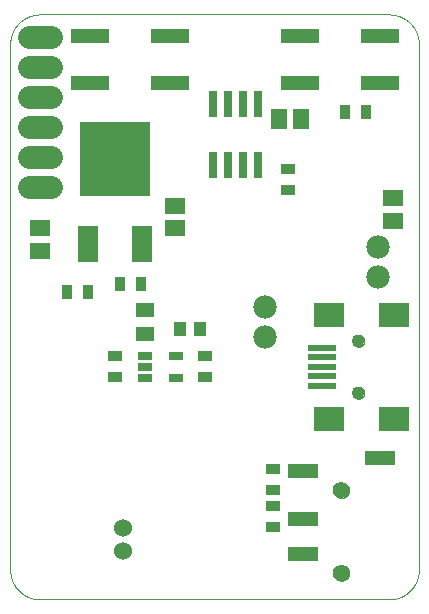
<source format=gts>
G75*
%MOIN*%
%OFA0B0*%
%FSLAX25Y25*%
%IPPOS*%
%LPD*%
%AMOC8*
5,1,8,0,0,1.08239X$1,22.5*
%
%ADD10C,0.00000*%
%ADD11C,0.06000*%
%ADD12R,0.05124X0.03550*%
%ADD13R,0.03550X0.05124*%
%ADD14R,0.05124X0.02565*%
%ADD15R,0.02762X0.09061*%
%ADD16C,0.07800*%
%ADD17C,0.07800*%
%ADD18R,0.05912X0.04731*%
%ADD19R,0.04337X0.04731*%
%ADD20R,0.06699X0.05518*%
%ADD21R,0.05518X0.06699*%
%ADD22R,0.23235X0.24809*%
%ADD23R,0.06699X0.12211*%
%ADD24R,0.12998X0.05124*%
%ADD25R,0.09849X0.08274*%
%ADD26R,0.09487X0.02369*%
%ADD27C,0.04337*%
%ADD28C,0.05518*%
%ADD29R,0.10243X0.05124*%
D10*
X0001000Y0016467D02*
X0001000Y0191742D01*
X0001003Y0191980D01*
X0001011Y0192218D01*
X0001026Y0192455D01*
X0001046Y0192692D01*
X0001072Y0192928D01*
X0001103Y0193164D01*
X0001140Y0193399D01*
X0001183Y0193633D01*
X0001232Y0193866D01*
X0001286Y0194098D01*
X0001346Y0194328D01*
X0001411Y0194557D01*
X0001482Y0194784D01*
X0001558Y0195009D01*
X0001640Y0195232D01*
X0001727Y0195454D01*
X0001819Y0195673D01*
X0001917Y0195890D01*
X0002019Y0196104D01*
X0002127Y0196316D01*
X0002241Y0196526D01*
X0002359Y0196732D01*
X0002482Y0196936D01*
X0002610Y0197136D01*
X0002742Y0197333D01*
X0002880Y0197528D01*
X0003022Y0197718D01*
X0003169Y0197906D01*
X0003320Y0198089D01*
X0003475Y0198269D01*
X0003635Y0198445D01*
X0003799Y0198617D01*
X0003968Y0198786D01*
X0004140Y0198950D01*
X0004316Y0199110D01*
X0004496Y0199265D01*
X0004679Y0199416D01*
X0004867Y0199563D01*
X0005057Y0199705D01*
X0005252Y0199843D01*
X0005449Y0199975D01*
X0005649Y0200103D01*
X0005853Y0200226D01*
X0006059Y0200344D01*
X0006269Y0200458D01*
X0006481Y0200566D01*
X0006695Y0200668D01*
X0006912Y0200766D01*
X0007131Y0200858D01*
X0007353Y0200945D01*
X0007576Y0201027D01*
X0007801Y0201103D01*
X0008028Y0201174D01*
X0008257Y0201239D01*
X0008487Y0201299D01*
X0008719Y0201353D01*
X0008952Y0201402D01*
X0009186Y0201445D01*
X0009421Y0201482D01*
X0009657Y0201513D01*
X0009893Y0201539D01*
X0010130Y0201559D01*
X0010367Y0201574D01*
X0010605Y0201582D01*
X0010843Y0201585D01*
X0127358Y0201585D01*
X0127596Y0201582D01*
X0127834Y0201574D01*
X0128071Y0201559D01*
X0128308Y0201539D01*
X0128544Y0201513D01*
X0128780Y0201482D01*
X0129015Y0201445D01*
X0129249Y0201402D01*
X0129482Y0201353D01*
X0129714Y0201299D01*
X0129944Y0201239D01*
X0130173Y0201174D01*
X0130400Y0201103D01*
X0130625Y0201027D01*
X0130848Y0200945D01*
X0131070Y0200858D01*
X0131289Y0200766D01*
X0131506Y0200668D01*
X0131720Y0200566D01*
X0131932Y0200458D01*
X0132142Y0200344D01*
X0132348Y0200226D01*
X0132552Y0200103D01*
X0132752Y0199975D01*
X0132949Y0199843D01*
X0133144Y0199705D01*
X0133334Y0199563D01*
X0133522Y0199416D01*
X0133705Y0199265D01*
X0133885Y0199110D01*
X0134061Y0198950D01*
X0134233Y0198786D01*
X0134402Y0198617D01*
X0134566Y0198445D01*
X0134726Y0198269D01*
X0134881Y0198089D01*
X0135032Y0197906D01*
X0135179Y0197718D01*
X0135321Y0197528D01*
X0135459Y0197333D01*
X0135591Y0197136D01*
X0135719Y0196936D01*
X0135842Y0196732D01*
X0135960Y0196526D01*
X0136074Y0196316D01*
X0136182Y0196104D01*
X0136284Y0195890D01*
X0136382Y0195673D01*
X0136474Y0195454D01*
X0136561Y0195232D01*
X0136643Y0195009D01*
X0136719Y0194784D01*
X0136790Y0194557D01*
X0136855Y0194328D01*
X0136915Y0194098D01*
X0136969Y0193866D01*
X0137018Y0193633D01*
X0137061Y0193399D01*
X0137098Y0193164D01*
X0137129Y0192928D01*
X0137155Y0192692D01*
X0137175Y0192455D01*
X0137190Y0192218D01*
X0137198Y0191980D01*
X0137201Y0191742D01*
X0137201Y0016467D01*
X0137198Y0016229D01*
X0137190Y0015991D01*
X0137175Y0015754D01*
X0137155Y0015517D01*
X0137129Y0015281D01*
X0137098Y0015045D01*
X0137061Y0014810D01*
X0137018Y0014576D01*
X0136969Y0014343D01*
X0136915Y0014111D01*
X0136855Y0013881D01*
X0136790Y0013652D01*
X0136719Y0013425D01*
X0136643Y0013200D01*
X0136561Y0012977D01*
X0136474Y0012755D01*
X0136382Y0012536D01*
X0136284Y0012319D01*
X0136182Y0012105D01*
X0136074Y0011893D01*
X0135960Y0011683D01*
X0135842Y0011477D01*
X0135719Y0011273D01*
X0135591Y0011073D01*
X0135459Y0010876D01*
X0135321Y0010681D01*
X0135179Y0010491D01*
X0135032Y0010303D01*
X0134881Y0010120D01*
X0134726Y0009940D01*
X0134566Y0009764D01*
X0134402Y0009592D01*
X0134233Y0009423D01*
X0134061Y0009259D01*
X0133885Y0009099D01*
X0133705Y0008944D01*
X0133522Y0008793D01*
X0133334Y0008646D01*
X0133144Y0008504D01*
X0132949Y0008366D01*
X0132752Y0008234D01*
X0132552Y0008106D01*
X0132348Y0007983D01*
X0132142Y0007865D01*
X0131932Y0007751D01*
X0131720Y0007643D01*
X0131506Y0007541D01*
X0131289Y0007443D01*
X0131070Y0007351D01*
X0130848Y0007264D01*
X0130625Y0007182D01*
X0130400Y0007106D01*
X0130173Y0007035D01*
X0129944Y0006970D01*
X0129714Y0006910D01*
X0129482Y0006856D01*
X0129249Y0006807D01*
X0129015Y0006764D01*
X0128780Y0006727D01*
X0128544Y0006696D01*
X0128308Y0006670D01*
X0128071Y0006650D01*
X0127834Y0006635D01*
X0127596Y0006627D01*
X0127358Y0006624D01*
X0010843Y0006624D01*
X0010605Y0006627D01*
X0010367Y0006635D01*
X0010130Y0006650D01*
X0009893Y0006670D01*
X0009657Y0006696D01*
X0009421Y0006727D01*
X0009186Y0006764D01*
X0008952Y0006807D01*
X0008719Y0006856D01*
X0008487Y0006910D01*
X0008257Y0006970D01*
X0008028Y0007035D01*
X0007801Y0007106D01*
X0007576Y0007182D01*
X0007353Y0007264D01*
X0007131Y0007351D01*
X0006912Y0007443D01*
X0006695Y0007541D01*
X0006481Y0007643D01*
X0006269Y0007751D01*
X0006059Y0007865D01*
X0005853Y0007983D01*
X0005649Y0008106D01*
X0005449Y0008234D01*
X0005252Y0008366D01*
X0005057Y0008504D01*
X0004867Y0008646D01*
X0004679Y0008793D01*
X0004496Y0008944D01*
X0004316Y0009099D01*
X0004140Y0009259D01*
X0003968Y0009423D01*
X0003799Y0009592D01*
X0003635Y0009764D01*
X0003475Y0009940D01*
X0003320Y0010120D01*
X0003169Y0010303D01*
X0003022Y0010491D01*
X0002880Y0010681D01*
X0002742Y0010876D01*
X0002610Y0011073D01*
X0002482Y0011273D01*
X0002359Y0011477D01*
X0002241Y0011683D01*
X0002127Y0011893D01*
X0002019Y0012105D01*
X0001917Y0012319D01*
X0001819Y0012536D01*
X0001727Y0012755D01*
X0001640Y0012977D01*
X0001558Y0013200D01*
X0001482Y0013425D01*
X0001411Y0013652D01*
X0001346Y0013881D01*
X0001286Y0014111D01*
X0001232Y0014343D01*
X0001183Y0014576D01*
X0001140Y0014810D01*
X0001103Y0015045D01*
X0001072Y0015281D01*
X0001046Y0015517D01*
X0001026Y0015754D01*
X0001011Y0015991D01*
X0001003Y0016229D01*
X0001000Y0016467D01*
X0108835Y0015423D02*
X0108837Y0015524D01*
X0108843Y0015625D01*
X0108853Y0015726D01*
X0108867Y0015826D01*
X0108885Y0015925D01*
X0108907Y0016024D01*
X0108932Y0016122D01*
X0108962Y0016219D01*
X0108995Y0016314D01*
X0109032Y0016408D01*
X0109073Y0016501D01*
X0109117Y0016592D01*
X0109165Y0016681D01*
X0109217Y0016768D01*
X0109272Y0016853D01*
X0109330Y0016935D01*
X0109391Y0017016D01*
X0109456Y0017094D01*
X0109523Y0017169D01*
X0109593Y0017241D01*
X0109667Y0017311D01*
X0109743Y0017378D01*
X0109821Y0017442D01*
X0109902Y0017502D01*
X0109985Y0017559D01*
X0110071Y0017613D01*
X0110159Y0017664D01*
X0110248Y0017711D01*
X0110339Y0017755D01*
X0110432Y0017794D01*
X0110527Y0017831D01*
X0110622Y0017863D01*
X0110719Y0017892D01*
X0110818Y0017916D01*
X0110916Y0017937D01*
X0111016Y0017954D01*
X0111116Y0017967D01*
X0111217Y0017976D01*
X0111318Y0017981D01*
X0111419Y0017982D01*
X0111520Y0017979D01*
X0111621Y0017972D01*
X0111722Y0017961D01*
X0111822Y0017946D01*
X0111921Y0017927D01*
X0112020Y0017904D01*
X0112117Y0017878D01*
X0112214Y0017847D01*
X0112309Y0017813D01*
X0112402Y0017775D01*
X0112495Y0017733D01*
X0112585Y0017688D01*
X0112674Y0017639D01*
X0112760Y0017587D01*
X0112844Y0017531D01*
X0112927Y0017472D01*
X0113006Y0017410D01*
X0113084Y0017345D01*
X0113158Y0017277D01*
X0113230Y0017205D01*
X0113299Y0017132D01*
X0113365Y0017055D01*
X0113428Y0016976D01*
X0113488Y0016894D01*
X0113544Y0016810D01*
X0113597Y0016724D01*
X0113647Y0016636D01*
X0113693Y0016546D01*
X0113736Y0016455D01*
X0113775Y0016361D01*
X0113810Y0016266D01*
X0113841Y0016170D01*
X0113869Y0016073D01*
X0113893Y0015975D01*
X0113913Y0015876D01*
X0113929Y0015776D01*
X0113941Y0015675D01*
X0113949Y0015575D01*
X0113953Y0015474D01*
X0113953Y0015372D01*
X0113949Y0015271D01*
X0113941Y0015171D01*
X0113929Y0015070D01*
X0113913Y0014970D01*
X0113893Y0014871D01*
X0113869Y0014773D01*
X0113841Y0014676D01*
X0113810Y0014580D01*
X0113775Y0014485D01*
X0113736Y0014391D01*
X0113693Y0014300D01*
X0113647Y0014210D01*
X0113597Y0014122D01*
X0113544Y0014036D01*
X0113488Y0013952D01*
X0113428Y0013870D01*
X0113365Y0013791D01*
X0113299Y0013714D01*
X0113230Y0013641D01*
X0113158Y0013569D01*
X0113084Y0013501D01*
X0113006Y0013436D01*
X0112927Y0013374D01*
X0112844Y0013315D01*
X0112760Y0013259D01*
X0112673Y0013207D01*
X0112585Y0013158D01*
X0112495Y0013113D01*
X0112402Y0013071D01*
X0112309Y0013033D01*
X0112214Y0012999D01*
X0112117Y0012968D01*
X0112020Y0012942D01*
X0111921Y0012919D01*
X0111822Y0012900D01*
X0111722Y0012885D01*
X0111621Y0012874D01*
X0111520Y0012867D01*
X0111419Y0012864D01*
X0111318Y0012865D01*
X0111217Y0012870D01*
X0111116Y0012879D01*
X0111016Y0012892D01*
X0110916Y0012909D01*
X0110818Y0012930D01*
X0110719Y0012954D01*
X0110622Y0012983D01*
X0110527Y0013015D01*
X0110432Y0013052D01*
X0110339Y0013091D01*
X0110248Y0013135D01*
X0110159Y0013182D01*
X0110071Y0013233D01*
X0109985Y0013287D01*
X0109902Y0013344D01*
X0109821Y0013404D01*
X0109743Y0013468D01*
X0109667Y0013535D01*
X0109593Y0013605D01*
X0109523Y0013677D01*
X0109456Y0013752D01*
X0109391Y0013830D01*
X0109330Y0013911D01*
X0109272Y0013993D01*
X0109217Y0014078D01*
X0109165Y0014165D01*
X0109117Y0014254D01*
X0109073Y0014345D01*
X0109032Y0014438D01*
X0108995Y0014532D01*
X0108962Y0014627D01*
X0108932Y0014724D01*
X0108907Y0014822D01*
X0108885Y0014921D01*
X0108867Y0015020D01*
X0108853Y0015120D01*
X0108843Y0015221D01*
X0108837Y0015322D01*
X0108835Y0015423D01*
X0108835Y0042982D02*
X0108837Y0043083D01*
X0108843Y0043184D01*
X0108853Y0043285D01*
X0108867Y0043385D01*
X0108885Y0043484D01*
X0108907Y0043583D01*
X0108932Y0043681D01*
X0108962Y0043778D01*
X0108995Y0043873D01*
X0109032Y0043967D01*
X0109073Y0044060D01*
X0109117Y0044151D01*
X0109165Y0044240D01*
X0109217Y0044327D01*
X0109272Y0044412D01*
X0109330Y0044494D01*
X0109391Y0044575D01*
X0109456Y0044653D01*
X0109523Y0044728D01*
X0109593Y0044800D01*
X0109667Y0044870D01*
X0109743Y0044937D01*
X0109821Y0045001D01*
X0109902Y0045061D01*
X0109985Y0045118D01*
X0110071Y0045172D01*
X0110159Y0045223D01*
X0110248Y0045270D01*
X0110339Y0045314D01*
X0110432Y0045353D01*
X0110527Y0045390D01*
X0110622Y0045422D01*
X0110719Y0045451D01*
X0110818Y0045475D01*
X0110916Y0045496D01*
X0111016Y0045513D01*
X0111116Y0045526D01*
X0111217Y0045535D01*
X0111318Y0045540D01*
X0111419Y0045541D01*
X0111520Y0045538D01*
X0111621Y0045531D01*
X0111722Y0045520D01*
X0111822Y0045505D01*
X0111921Y0045486D01*
X0112020Y0045463D01*
X0112117Y0045437D01*
X0112214Y0045406D01*
X0112309Y0045372D01*
X0112402Y0045334D01*
X0112495Y0045292D01*
X0112585Y0045247D01*
X0112674Y0045198D01*
X0112760Y0045146D01*
X0112844Y0045090D01*
X0112927Y0045031D01*
X0113006Y0044969D01*
X0113084Y0044904D01*
X0113158Y0044836D01*
X0113230Y0044764D01*
X0113299Y0044691D01*
X0113365Y0044614D01*
X0113428Y0044535D01*
X0113488Y0044453D01*
X0113544Y0044369D01*
X0113597Y0044283D01*
X0113647Y0044195D01*
X0113693Y0044105D01*
X0113736Y0044014D01*
X0113775Y0043920D01*
X0113810Y0043825D01*
X0113841Y0043729D01*
X0113869Y0043632D01*
X0113893Y0043534D01*
X0113913Y0043435D01*
X0113929Y0043335D01*
X0113941Y0043234D01*
X0113949Y0043134D01*
X0113953Y0043033D01*
X0113953Y0042931D01*
X0113949Y0042830D01*
X0113941Y0042730D01*
X0113929Y0042629D01*
X0113913Y0042529D01*
X0113893Y0042430D01*
X0113869Y0042332D01*
X0113841Y0042235D01*
X0113810Y0042139D01*
X0113775Y0042044D01*
X0113736Y0041950D01*
X0113693Y0041859D01*
X0113647Y0041769D01*
X0113597Y0041681D01*
X0113544Y0041595D01*
X0113488Y0041511D01*
X0113428Y0041429D01*
X0113365Y0041350D01*
X0113299Y0041273D01*
X0113230Y0041200D01*
X0113158Y0041128D01*
X0113084Y0041060D01*
X0113006Y0040995D01*
X0112927Y0040933D01*
X0112844Y0040874D01*
X0112760Y0040818D01*
X0112673Y0040766D01*
X0112585Y0040717D01*
X0112495Y0040672D01*
X0112402Y0040630D01*
X0112309Y0040592D01*
X0112214Y0040558D01*
X0112117Y0040527D01*
X0112020Y0040501D01*
X0111921Y0040478D01*
X0111822Y0040459D01*
X0111722Y0040444D01*
X0111621Y0040433D01*
X0111520Y0040426D01*
X0111419Y0040423D01*
X0111318Y0040424D01*
X0111217Y0040429D01*
X0111116Y0040438D01*
X0111016Y0040451D01*
X0110916Y0040468D01*
X0110818Y0040489D01*
X0110719Y0040513D01*
X0110622Y0040542D01*
X0110527Y0040574D01*
X0110432Y0040611D01*
X0110339Y0040650D01*
X0110248Y0040694D01*
X0110159Y0040741D01*
X0110071Y0040792D01*
X0109985Y0040846D01*
X0109902Y0040903D01*
X0109821Y0040963D01*
X0109743Y0041027D01*
X0109667Y0041094D01*
X0109593Y0041164D01*
X0109523Y0041236D01*
X0109456Y0041311D01*
X0109391Y0041389D01*
X0109330Y0041470D01*
X0109272Y0041552D01*
X0109217Y0041637D01*
X0109165Y0041724D01*
X0109117Y0041813D01*
X0109073Y0041904D01*
X0109032Y0041997D01*
X0108995Y0042091D01*
X0108962Y0042186D01*
X0108932Y0042283D01*
X0108907Y0042381D01*
X0108885Y0042480D01*
X0108867Y0042579D01*
X0108853Y0042679D01*
X0108843Y0042780D01*
X0108837Y0042881D01*
X0108835Y0042982D01*
X0115094Y0075463D02*
X0115096Y0075551D01*
X0115102Y0075639D01*
X0115112Y0075727D01*
X0115126Y0075815D01*
X0115143Y0075901D01*
X0115165Y0075987D01*
X0115190Y0076071D01*
X0115220Y0076155D01*
X0115252Y0076237D01*
X0115289Y0076317D01*
X0115329Y0076396D01*
X0115373Y0076473D01*
X0115420Y0076548D01*
X0115470Y0076620D01*
X0115524Y0076691D01*
X0115580Y0076758D01*
X0115640Y0076824D01*
X0115702Y0076886D01*
X0115768Y0076946D01*
X0115835Y0077002D01*
X0115906Y0077056D01*
X0115978Y0077106D01*
X0116053Y0077153D01*
X0116130Y0077197D01*
X0116209Y0077237D01*
X0116289Y0077274D01*
X0116371Y0077306D01*
X0116455Y0077336D01*
X0116539Y0077361D01*
X0116625Y0077383D01*
X0116711Y0077400D01*
X0116799Y0077414D01*
X0116887Y0077424D01*
X0116975Y0077430D01*
X0117063Y0077432D01*
X0117151Y0077430D01*
X0117239Y0077424D01*
X0117327Y0077414D01*
X0117415Y0077400D01*
X0117501Y0077383D01*
X0117587Y0077361D01*
X0117671Y0077336D01*
X0117755Y0077306D01*
X0117837Y0077274D01*
X0117917Y0077237D01*
X0117996Y0077197D01*
X0118073Y0077153D01*
X0118148Y0077106D01*
X0118220Y0077056D01*
X0118291Y0077002D01*
X0118358Y0076946D01*
X0118424Y0076886D01*
X0118486Y0076824D01*
X0118546Y0076758D01*
X0118602Y0076691D01*
X0118656Y0076620D01*
X0118706Y0076548D01*
X0118753Y0076473D01*
X0118797Y0076396D01*
X0118837Y0076317D01*
X0118874Y0076237D01*
X0118906Y0076155D01*
X0118936Y0076071D01*
X0118961Y0075987D01*
X0118983Y0075901D01*
X0119000Y0075815D01*
X0119014Y0075727D01*
X0119024Y0075639D01*
X0119030Y0075551D01*
X0119032Y0075463D01*
X0119030Y0075375D01*
X0119024Y0075287D01*
X0119014Y0075199D01*
X0119000Y0075111D01*
X0118983Y0075025D01*
X0118961Y0074939D01*
X0118936Y0074855D01*
X0118906Y0074771D01*
X0118874Y0074689D01*
X0118837Y0074609D01*
X0118797Y0074530D01*
X0118753Y0074453D01*
X0118706Y0074378D01*
X0118656Y0074306D01*
X0118602Y0074235D01*
X0118546Y0074168D01*
X0118486Y0074102D01*
X0118424Y0074040D01*
X0118358Y0073980D01*
X0118291Y0073924D01*
X0118220Y0073870D01*
X0118148Y0073820D01*
X0118073Y0073773D01*
X0117996Y0073729D01*
X0117917Y0073689D01*
X0117837Y0073652D01*
X0117755Y0073620D01*
X0117671Y0073590D01*
X0117587Y0073565D01*
X0117501Y0073543D01*
X0117415Y0073526D01*
X0117327Y0073512D01*
X0117239Y0073502D01*
X0117151Y0073496D01*
X0117063Y0073494D01*
X0116975Y0073496D01*
X0116887Y0073502D01*
X0116799Y0073512D01*
X0116711Y0073526D01*
X0116625Y0073543D01*
X0116539Y0073565D01*
X0116455Y0073590D01*
X0116371Y0073620D01*
X0116289Y0073652D01*
X0116209Y0073689D01*
X0116130Y0073729D01*
X0116053Y0073773D01*
X0115978Y0073820D01*
X0115906Y0073870D01*
X0115835Y0073924D01*
X0115768Y0073980D01*
X0115702Y0074040D01*
X0115640Y0074102D01*
X0115580Y0074168D01*
X0115524Y0074235D01*
X0115470Y0074306D01*
X0115420Y0074378D01*
X0115373Y0074453D01*
X0115329Y0074530D01*
X0115289Y0074609D01*
X0115252Y0074689D01*
X0115220Y0074771D01*
X0115190Y0074855D01*
X0115165Y0074939D01*
X0115143Y0075025D01*
X0115126Y0075111D01*
X0115112Y0075199D01*
X0115102Y0075287D01*
X0115096Y0075375D01*
X0115094Y0075463D01*
X0115094Y0092785D02*
X0115096Y0092873D01*
X0115102Y0092961D01*
X0115112Y0093049D01*
X0115126Y0093137D01*
X0115143Y0093223D01*
X0115165Y0093309D01*
X0115190Y0093393D01*
X0115220Y0093477D01*
X0115252Y0093559D01*
X0115289Y0093639D01*
X0115329Y0093718D01*
X0115373Y0093795D01*
X0115420Y0093870D01*
X0115470Y0093942D01*
X0115524Y0094013D01*
X0115580Y0094080D01*
X0115640Y0094146D01*
X0115702Y0094208D01*
X0115768Y0094268D01*
X0115835Y0094324D01*
X0115906Y0094378D01*
X0115978Y0094428D01*
X0116053Y0094475D01*
X0116130Y0094519D01*
X0116209Y0094559D01*
X0116289Y0094596D01*
X0116371Y0094628D01*
X0116455Y0094658D01*
X0116539Y0094683D01*
X0116625Y0094705D01*
X0116711Y0094722D01*
X0116799Y0094736D01*
X0116887Y0094746D01*
X0116975Y0094752D01*
X0117063Y0094754D01*
X0117151Y0094752D01*
X0117239Y0094746D01*
X0117327Y0094736D01*
X0117415Y0094722D01*
X0117501Y0094705D01*
X0117587Y0094683D01*
X0117671Y0094658D01*
X0117755Y0094628D01*
X0117837Y0094596D01*
X0117917Y0094559D01*
X0117996Y0094519D01*
X0118073Y0094475D01*
X0118148Y0094428D01*
X0118220Y0094378D01*
X0118291Y0094324D01*
X0118358Y0094268D01*
X0118424Y0094208D01*
X0118486Y0094146D01*
X0118546Y0094080D01*
X0118602Y0094013D01*
X0118656Y0093942D01*
X0118706Y0093870D01*
X0118753Y0093795D01*
X0118797Y0093718D01*
X0118837Y0093639D01*
X0118874Y0093559D01*
X0118906Y0093477D01*
X0118936Y0093393D01*
X0118961Y0093309D01*
X0118983Y0093223D01*
X0119000Y0093137D01*
X0119014Y0093049D01*
X0119024Y0092961D01*
X0119030Y0092873D01*
X0119032Y0092785D01*
X0119030Y0092697D01*
X0119024Y0092609D01*
X0119014Y0092521D01*
X0119000Y0092433D01*
X0118983Y0092347D01*
X0118961Y0092261D01*
X0118936Y0092177D01*
X0118906Y0092093D01*
X0118874Y0092011D01*
X0118837Y0091931D01*
X0118797Y0091852D01*
X0118753Y0091775D01*
X0118706Y0091700D01*
X0118656Y0091628D01*
X0118602Y0091557D01*
X0118546Y0091490D01*
X0118486Y0091424D01*
X0118424Y0091362D01*
X0118358Y0091302D01*
X0118291Y0091246D01*
X0118220Y0091192D01*
X0118148Y0091142D01*
X0118073Y0091095D01*
X0117996Y0091051D01*
X0117917Y0091011D01*
X0117837Y0090974D01*
X0117755Y0090942D01*
X0117671Y0090912D01*
X0117587Y0090887D01*
X0117501Y0090865D01*
X0117415Y0090848D01*
X0117327Y0090834D01*
X0117239Y0090824D01*
X0117151Y0090818D01*
X0117063Y0090816D01*
X0116975Y0090818D01*
X0116887Y0090824D01*
X0116799Y0090834D01*
X0116711Y0090848D01*
X0116625Y0090865D01*
X0116539Y0090887D01*
X0116455Y0090912D01*
X0116371Y0090942D01*
X0116289Y0090974D01*
X0116209Y0091011D01*
X0116130Y0091051D01*
X0116053Y0091095D01*
X0115978Y0091142D01*
X0115906Y0091192D01*
X0115835Y0091246D01*
X0115768Y0091302D01*
X0115702Y0091362D01*
X0115640Y0091424D01*
X0115580Y0091490D01*
X0115524Y0091557D01*
X0115470Y0091628D01*
X0115420Y0091700D01*
X0115373Y0091775D01*
X0115329Y0091852D01*
X0115289Y0091931D01*
X0115252Y0092011D01*
X0115220Y0092093D01*
X0115190Y0092177D01*
X0115165Y0092261D01*
X0115143Y0092347D01*
X0115126Y0092433D01*
X0115112Y0092521D01*
X0115102Y0092609D01*
X0115096Y0092697D01*
X0115094Y0092785D01*
D11*
X0038500Y0030561D03*
X0038500Y0022687D03*
D12*
X0036000Y0080581D03*
X0036000Y0087667D03*
X0066000Y0087667D03*
X0066000Y0080581D03*
X0088500Y0050167D03*
X0088500Y0043081D03*
X0088500Y0037667D03*
X0088500Y0030581D03*
X0093500Y0143081D03*
X0093500Y0150167D03*
D13*
X0112457Y0169124D03*
X0119543Y0169124D03*
X0044543Y0111624D03*
X0037457Y0111624D03*
X0027043Y0109124D03*
X0019957Y0109124D03*
D14*
X0045882Y0087864D03*
X0045882Y0084124D03*
X0045882Y0080384D03*
X0056118Y0080384D03*
X0056118Y0087864D03*
D15*
X0068500Y0151388D03*
X0073500Y0151388D03*
X0078500Y0151388D03*
X0083500Y0151388D03*
X0083500Y0171860D03*
X0078500Y0171860D03*
X0073500Y0171860D03*
X0068500Y0171860D03*
D16*
X0014700Y0174124D02*
X0007300Y0174124D01*
X0007300Y0164124D02*
X0014700Y0164124D01*
X0014700Y0154124D02*
X0007300Y0154124D01*
X0007300Y0144124D02*
X0014700Y0144124D01*
X0014700Y0184124D02*
X0007300Y0184124D01*
X0007300Y0194124D02*
X0014700Y0194124D01*
D17*
X0086000Y0104124D03*
X0086000Y0094124D03*
X0123500Y0114124D03*
X0123500Y0124124D03*
D18*
X0046000Y0103061D03*
X0046000Y0095187D03*
D19*
X0057654Y0096624D03*
X0064346Y0096624D03*
D20*
X0056000Y0130384D03*
X0056000Y0137864D03*
X0011000Y0130364D03*
X0011000Y0122884D03*
X0128500Y0132884D03*
X0128500Y0140364D03*
D21*
X0098028Y0166624D03*
X0090547Y0166624D03*
D22*
X0036000Y0153494D03*
D23*
X0027024Y0125226D03*
X0044976Y0125226D03*
D24*
X0054386Y0178750D03*
X0054386Y0194498D03*
X0027614Y0194498D03*
X0027614Y0178750D03*
X0097614Y0178750D03*
X0097614Y0194498D03*
X0124386Y0194498D03*
X0124386Y0178750D03*
D25*
X0128874Y0101447D03*
X0107220Y0101447D03*
X0107220Y0066801D03*
X0128874Y0066801D03*
D26*
X0105000Y0077825D03*
X0105000Y0080974D03*
X0105000Y0084124D03*
X0105000Y0087274D03*
X0105000Y0090423D03*
D27*
X0117063Y0092785D03*
X0117063Y0075463D03*
D28*
X0111394Y0042982D03*
X0111394Y0015423D03*
D29*
X0098598Y0021722D03*
X0098598Y0033533D03*
X0098598Y0049281D03*
X0124189Y0053612D03*
M02*

</source>
